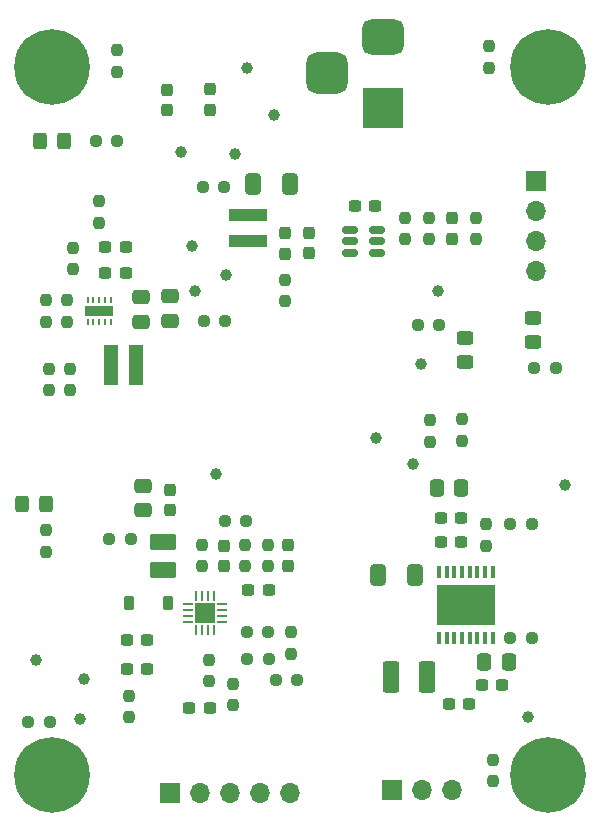
<source format=gbr>
%TF.GenerationSoftware,KiCad,Pcbnew,7.0.2-0*%
%TF.CreationDate,2025-01-08T12:57:52-05:00*%
%TF.ProjectId,plaqchek_power,706c6171-6368-4656-9b5f-706f7765722e,rev?*%
%TF.SameCoordinates,Original*%
%TF.FileFunction,Soldermask,Top*%
%TF.FilePolarity,Negative*%
%FSLAX46Y46*%
G04 Gerber Fmt 4.6, Leading zero omitted, Abs format (unit mm)*
G04 Created by KiCad (PCBNEW 7.0.2-0) date 2025-01-08 12:57:52*
%MOMM*%
%LPD*%
G01*
G04 APERTURE LIST*
G04 Aperture macros list*
%AMRoundRect*
0 Rectangle with rounded corners*
0 $1 Rounding radius*
0 $2 $3 $4 $5 $6 $7 $8 $9 X,Y pos of 4 corners*
0 Add a 4 corners polygon primitive as box body*
4,1,4,$2,$3,$4,$5,$6,$7,$8,$9,$2,$3,0*
0 Add four circle primitives for the rounded corners*
1,1,$1+$1,$2,$3*
1,1,$1+$1,$4,$5*
1,1,$1+$1,$6,$7*
1,1,$1+$1,$8,$9*
0 Add four rect primitives between the rounded corners*
20,1,$1+$1,$2,$3,$4,$5,0*
20,1,$1+$1,$4,$5,$6,$7,0*
20,1,$1+$1,$6,$7,$8,$9,0*
20,1,$1+$1,$8,$9,$2,$3,0*%
G04 Aperture macros list end*
%ADD10R,3.500000X3.500000*%
%ADD11RoundRect,0.750000X-1.000000X0.750000X-1.000000X-0.750000X1.000000X-0.750000X1.000000X0.750000X0*%
%ADD12RoundRect,0.875000X-0.875000X0.875000X-0.875000X-0.875000X0.875000X-0.875000X0.875000X0.875000X0*%
%ADD13R,1.700000X1.700000*%
%ADD14O,1.700000X1.700000*%
%ADD15C,1.000000*%
%ADD16RoundRect,0.237500X0.300000X0.237500X-0.300000X0.237500X-0.300000X-0.237500X0.300000X-0.237500X0*%
%ADD17RoundRect,0.250000X-0.475000X0.337500X-0.475000X-0.337500X0.475000X-0.337500X0.475000X0.337500X0*%
%ADD18RoundRect,0.237500X0.250000X0.237500X-0.250000X0.237500X-0.250000X-0.237500X0.250000X-0.237500X0*%
%ADD19RoundRect,0.237500X-0.237500X0.250000X-0.237500X-0.250000X0.237500X-0.250000X0.237500X0.250000X0*%
%ADD20C,6.400000*%
%ADD21RoundRect,0.237500X0.237500X-0.250000X0.237500X0.250000X-0.237500X0.250000X-0.237500X-0.250000X0*%
%ADD22RoundRect,0.250000X-0.450000X0.325000X-0.450000X-0.325000X0.450000X-0.325000X0.450000X0.325000X0*%
%ADD23RoundRect,0.237500X-0.250000X-0.237500X0.250000X-0.237500X0.250000X0.237500X-0.250000X0.237500X0*%
%ADD24RoundRect,0.250000X0.337500X0.475000X-0.337500X0.475000X-0.337500X-0.475000X0.337500X-0.475000X0*%
%ADD25RoundRect,0.237500X-0.237500X0.300000X-0.237500X-0.300000X0.237500X-0.300000X0.237500X0.300000X0*%
%ADD26RoundRect,0.237500X0.237500X-0.300000X0.237500X0.300000X-0.237500X0.300000X-0.237500X-0.300000X0*%
%ADD27RoundRect,0.237500X-0.300000X-0.237500X0.300000X-0.237500X0.300000X0.237500X-0.300000X0.237500X0*%
%ADD28RoundRect,0.250001X-0.849999X0.462499X-0.849999X-0.462499X0.849999X-0.462499X0.849999X0.462499X0*%
%ADD29RoundRect,0.225000X-0.225000X-0.375000X0.225000X-0.375000X0.225000X0.375000X-0.225000X0.375000X0*%
%ADD30R,1.300000X3.400000*%
%ADD31R,3.200000X1.000000*%
%ADD32RoundRect,0.062500X0.062500X-0.355000X0.062500X0.355000X-0.062500X0.355000X-0.062500X-0.355000X0*%
%ADD33RoundRect,0.062500X0.355000X-0.062500X0.355000X0.062500X-0.355000X0.062500X-0.355000X-0.062500X0*%
%ADD34R,1.680000X1.680000*%
%ADD35RoundRect,0.250000X-0.412500X-0.650000X0.412500X-0.650000X0.412500X0.650000X-0.412500X0.650000X0*%
%ADD36R,0.450000X1.050000*%
%ADD37R,5.000000X3.400000*%
%ADD38RoundRect,0.250000X-0.325000X-0.450000X0.325000X-0.450000X0.325000X0.450000X-0.325000X0.450000X0*%
%ADD39RoundRect,0.250000X0.450000X-0.325000X0.450000X0.325000X-0.450000X0.325000X-0.450000X-0.325000X0*%
%ADD40RoundRect,0.250001X0.462499X1.074999X-0.462499X1.074999X-0.462499X-1.074999X0.462499X-1.074999X0*%
%ADD41R,0.250000X0.500000*%
%ADD42R,2.400000X0.840000*%
%ADD43RoundRect,0.150000X-0.512500X-0.150000X0.512500X-0.150000X0.512500X0.150000X-0.512500X0.150000X0*%
%ADD44RoundRect,0.250000X0.475000X-0.337500X0.475000X0.337500X-0.475000X0.337500X-0.475000X-0.337500X0*%
%ADD45RoundRect,0.250000X-0.337500X-0.475000X0.337500X-0.475000X0.337500X0.475000X-0.337500X0.475000X0*%
G04 APERTURE END LIST*
D10*
%TO.C,J3*%
X154275000Y-64300000D03*
D11*
X154275000Y-58300000D03*
D12*
X149575000Y-61300000D03*
%TD*%
D13*
%TO.C,J1*%
X136275000Y-122300000D03*
D14*
X138815000Y-122300000D03*
X141355000Y-122300000D03*
X143895000Y-122300000D03*
X146435000Y-122300000D03*
%TD*%
D15*
%TO.C,TP10*%
X158925000Y-79800000D03*
%TD*%
D16*
%TO.C,C5*%
X144612500Y-105075000D03*
X142887500Y-105075000D03*
%TD*%
D17*
%TO.C,C35*%
X133775000Y-80300000D03*
X133775000Y-82375000D03*
%TD*%
D15*
%TO.C,TP8*%
X128620000Y-116035837D03*
%TD*%
D18*
%TO.C,R27*%
X132925000Y-100825000D03*
X131100000Y-100825000D03*
%TD*%
D19*
%TO.C,R22*%
X146034321Y-78851000D03*
X146034321Y-80676000D03*
%TD*%
D15*
%TO.C,TP7*%
X129000000Y-112675000D03*
%TD*%
D16*
%TO.C,C26*%
X160903000Y-98986000D03*
X159178000Y-98986000D03*
%TD*%
D15*
%TO.C,TP5*%
X141721000Y-68168000D03*
%TD*%
D20*
%TO.C,H2*%
X126275000Y-120800000D03*
%TD*%
D16*
%TO.C,C7*%
X134312500Y-111775000D03*
X132587500Y-111775000D03*
%TD*%
D19*
%TO.C,R7*%
X141625000Y-113025000D03*
X141625000Y-114850000D03*
%TD*%
%TO.C,R16*%
X127525000Y-80550000D03*
X127525000Y-82375000D03*
%TD*%
D15*
%TO.C,TP14*%
X124875000Y-111050000D03*
%TD*%
D17*
%TO.C,C9*%
X136275000Y-80225000D03*
X136275000Y-82300000D03*
%TD*%
D15*
%TO.C,TP9*%
X145075000Y-64850000D03*
%TD*%
D19*
%TO.C,R19*%
X127775000Y-86387500D03*
X127775000Y-88212500D03*
%TD*%
D16*
%TO.C,C30*%
X164387500Y-113150000D03*
X162662500Y-113150000D03*
%TD*%
D20*
%TO.C,H4*%
X168275000Y-120800000D03*
%TD*%
D18*
%TO.C,R3*%
X144575000Y-108675000D03*
X142750000Y-108675000D03*
%TD*%
D21*
%TO.C,R10*%
X156150000Y-75425000D03*
X156150000Y-73600000D03*
%TD*%
D22*
%TO.C,D4*%
X167025000Y-82100000D03*
X167025000Y-84150000D03*
%TD*%
D23*
%TO.C,R17*%
X165062500Y-99550000D03*
X166887500Y-99550000D03*
%TD*%
D21*
%TO.C,R29*%
X131775000Y-61212500D03*
X131775000Y-59387500D03*
%TD*%
D15*
%TO.C,TP6*%
X137149000Y-67985837D03*
%TD*%
D24*
%TO.C,C23*%
X160903000Y-96446000D03*
X158828000Y-96446000D03*
%TD*%
D15*
%TO.C,TP16*%
X142775000Y-60900000D03*
%TD*%
D21*
%TO.C,R21*%
X130275000Y-74037500D03*
X130275000Y-72212500D03*
%TD*%
D18*
%TO.C,R35*%
X126075000Y-116300000D03*
X124250000Y-116300000D03*
%TD*%
D25*
%TO.C,C2*%
X140860000Y-101345837D03*
X140860000Y-103070837D03*
%TD*%
D26*
%TO.C,C27*%
X145996501Y-76636191D03*
X145996501Y-74911191D03*
%TD*%
D21*
%TO.C,R9*%
X142650000Y-103115837D03*
X142650000Y-101290837D03*
%TD*%
D27*
%TO.C,C29*%
X151925000Y-72600000D03*
X153650000Y-72600000D03*
%TD*%
D21*
%TO.C,R6*%
X139005000Y-103093337D03*
X139005000Y-101268337D03*
%TD*%
D19*
%TO.C,R30*%
X128025000Y-76137500D03*
X128025000Y-77962500D03*
%TD*%
D21*
%TO.C,R18*%
X162975000Y-101350000D03*
X162975000Y-99525000D03*
%TD*%
D25*
%TO.C,C4*%
X136250000Y-96600000D03*
X136250000Y-98325000D03*
%TD*%
D28*
%TO.C,L1*%
X135650000Y-101050000D03*
X135650000Y-103375000D03*
%TD*%
D25*
%TO.C,C13*%
X136015000Y-62750000D03*
X136015000Y-64475000D03*
%TD*%
D18*
%TO.C,R33*%
X168900000Y-86350000D03*
X167075000Y-86350000D03*
%TD*%
D29*
%TO.C,D1*%
X132750000Y-106175000D03*
X136050000Y-106175000D03*
%TD*%
D18*
%TO.C,R24*%
X140937500Y-82300000D03*
X139112500Y-82300000D03*
%TD*%
D23*
%TO.C,R25*%
X139030500Y-70962000D03*
X140855500Y-70962000D03*
%TD*%
D25*
%TO.C,C14*%
X139675000Y-62700000D03*
X139675000Y-64425000D03*
%TD*%
D15*
%TO.C,TP4*%
X157525000Y-86000000D03*
%TD*%
D16*
%TO.C,C10*%
X132500000Y-78300000D03*
X130775000Y-78300000D03*
%TD*%
D15*
%TO.C,TP2*%
X141025000Y-78450000D03*
%TD*%
D21*
%TO.C,R11*%
X126025000Y-88212500D03*
X126025000Y-86387500D03*
%TD*%
D15*
%TO.C,TP17*%
X138125000Y-75950000D03*
%TD*%
D30*
%TO.C,L5*%
X131275000Y-86050000D03*
X133375000Y-86050000D03*
%TD*%
D15*
%TO.C,TP15*%
X140125000Y-95250000D03*
%TD*%
D23*
%TO.C,R8*%
X140907500Y-99235837D03*
X142732500Y-99235837D03*
%TD*%
D19*
%TO.C,R23*%
X158275000Y-90725000D03*
X158275000Y-92550000D03*
%TD*%
D31*
%TO.C,L4*%
X142850000Y-75550000D03*
X142850000Y-73350000D03*
%TD*%
D32*
%TO.C,U1*%
X138485000Y-108535000D03*
X138985000Y-108535000D03*
X139485000Y-108535000D03*
X139985000Y-108535000D03*
D33*
X140692500Y-107827500D03*
X140692500Y-107327500D03*
X140692500Y-106827500D03*
X140692500Y-106327500D03*
D32*
X139985000Y-105620000D03*
X139485000Y-105620000D03*
X138985000Y-105620000D03*
X138485000Y-105620000D03*
D33*
X137777500Y-106327500D03*
X137777500Y-106827500D03*
X137777500Y-107327500D03*
X137777500Y-107827500D03*
D34*
X139235000Y-107077500D03*
%TD*%
D13*
%TO.C,J2*%
X167275000Y-70500000D03*
D14*
X167275000Y-73040000D03*
X167275000Y-75580000D03*
X167275000Y-78120000D03*
%TD*%
D21*
%TO.C,R37*%
X163625000Y-121312500D03*
X163625000Y-119487500D03*
%TD*%
D19*
%TO.C,R2*%
X146487500Y-108675000D03*
X146487500Y-110500000D03*
%TD*%
D35*
%TO.C,C37*%
X153850000Y-103800000D03*
X156975000Y-103800000D03*
%TD*%
D15*
%TO.C,TP1*%
X138375000Y-79750000D03*
%TD*%
D36*
%TO.C,U2*%
X159035000Y-109146000D03*
X159685000Y-109146000D03*
X160335000Y-109146000D03*
X160985000Y-109146000D03*
X161635000Y-109146000D03*
X162285000Y-109146000D03*
X162935000Y-109146000D03*
X163585000Y-109146000D03*
X163585000Y-103596000D03*
X162935000Y-103596000D03*
X162285000Y-103596000D03*
X161635000Y-103596000D03*
X160985000Y-103596000D03*
X160335000Y-103596000D03*
X159685000Y-103596000D03*
X159035000Y-103596000D03*
D37*
X161310000Y-106371000D03*
%TD*%
D38*
%TO.C,D3*%
X123725000Y-97800000D03*
X125775000Y-97800000D03*
%TD*%
D26*
%TO.C,C25*%
X148000000Y-76600000D03*
X148000000Y-74875000D03*
%TD*%
D35*
%TO.C,C33*%
X143301000Y-70770000D03*
X146426000Y-70770000D03*
%TD*%
D39*
%TO.C,D5*%
X161225000Y-85800000D03*
X161225000Y-83750000D03*
%TD*%
D21*
%TO.C,R20*%
X160975000Y-92450000D03*
X160975000Y-90625000D03*
%TD*%
D18*
%TO.C,R31*%
X131787500Y-67100000D03*
X129962500Y-67100000D03*
%TD*%
D38*
%TO.C,D2*%
X125275000Y-67100000D03*
X127325000Y-67100000D03*
%TD*%
D40*
%TO.C,L6*%
X157975000Y-112500000D03*
X155000000Y-112500000D03*
%TD*%
D19*
%TO.C,R13*%
X162150000Y-73600000D03*
X162150000Y-75425000D03*
%TD*%
D15*
%TO.C,TP3*%
X156825000Y-94450000D03*
%TD*%
D21*
%TO.C,R5*%
X139530000Y-112837500D03*
X139530000Y-111012500D03*
%TD*%
D15*
%TO.C,TP12*%
X169700000Y-96200000D03*
%TD*%
%TO.C,TP13*%
X166550000Y-115900000D03*
%TD*%
D20*
%TO.C,H3*%
X168275000Y-60800000D03*
%TD*%
D21*
%TO.C,R32*%
X125775000Y-101875000D03*
X125775000Y-100050000D03*
%TD*%
D41*
%TO.C,U9*%
X131275000Y-80550000D03*
X130775000Y-80550000D03*
X130275000Y-80550000D03*
X129775000Y-80550000D03*
X129275000Y-80550000D03*
X129275000Y-82450000D03*
X129775000Y-82450000D03*
X130275000Y-82450000D03*
X130775000Y-82450000D03*
X131275000Y-82450000D03*
D42*
X130275000Y-81500000D03*
%TD*%
D43*
%TO.C,U8*%
X151512500Y-74650000D03*
X151512500Y-75600000D03*
X151512500Y-76550000D03*
X153787500Y-76550000D03*
X153787500Y-75600000D03*
X153787500Y-74650000D03*
%TD*%
D16*
%TO.C,C6*%
X139602500Y-115105000D03*
X137877500Y-115105000D03*
%TD*%
%TO.C,C8*%
X134300000Y-109325000D03*
X132575000Y-109325000D03*
%TD*%
D23*
%TO.C,R28*%
X142787500Y-110950000D03*
X144612500Y-110950000D03*
%TD*%
%TO.C,R1*%
X145212500Y-112750000D03*
X147037500Y-112750000D03*
%TD*%
D16*
%TO.C,C28*%
X160903000Y-101018000D03*
X159178000Y-101018000D03*
%TD*%
D21*
%TO.C,R15*%
X125775000Y-82375000D03*
X125775000Y-80550000D03*
%TD*%
%TO.C,R36*%
X163275000Y-60875000D03*
X163275000Y-59050000D03*
%TD*%
D44*
%TO.C,C1*%
X133975000Y-98337500D03*
X133975000Y-96262500D03*
%TD*%
D25*
%TO.C,C32*%
X160150000Y-73624371D03*
X160150000Y-75349371D03*
%TD*%
D13*
%TO.C,J4*%
X155025000Y-122050000D03*
D14*
X157565000Y-122050000D03*
X160105000Y-122050000D03*
%TD*%
D18*
%TO.C,R12*%
X166900000Y-109150000D03*
X165075000Y-109150000D03*
%TD*%
D21*
%TO.C,R14*%
X158150000Y-75425000D03*
X158150000Y-73600000D03*
%TD*%
D20*
%TO.C,H1*%
X126275000Y-60800000D03*
%TD*%
D15*
%TO.C,TP11*%
X153675000Y-92250000D03*
%TD*%
D26*
%TO.C,C3*%
X146288500Y-103032337D03*
X146288500Y-101307337D03*
%TD*%
D16*
%TO.C,C24*%
X132500000Y-76050000D03*
X130775000Y-76050000D03*
%TD*%
%TO.C,C31*%
X161587500Y-114750000D03*
X159862500Y-114750000D03*
%TD*%
D45*
%TO.C,C34*%
X162862500Y-111180000D03*
X164937500Y-111180000D03*
%TD*%
D23*
%TO.C,R34*%
X157225000Y-82650000D03*
X159050000Y-82650000D03*
%TD*%
D19*
%TO.C,R4*%
X144534000Y-101257337D03*
X144534000Y-103082337D03*
%TD*%
D21*
%TO.C,R26*%
X132750000Y-115887500D03*
X132750000Y-114062500D03*
%TD*%
M02*

</source>
